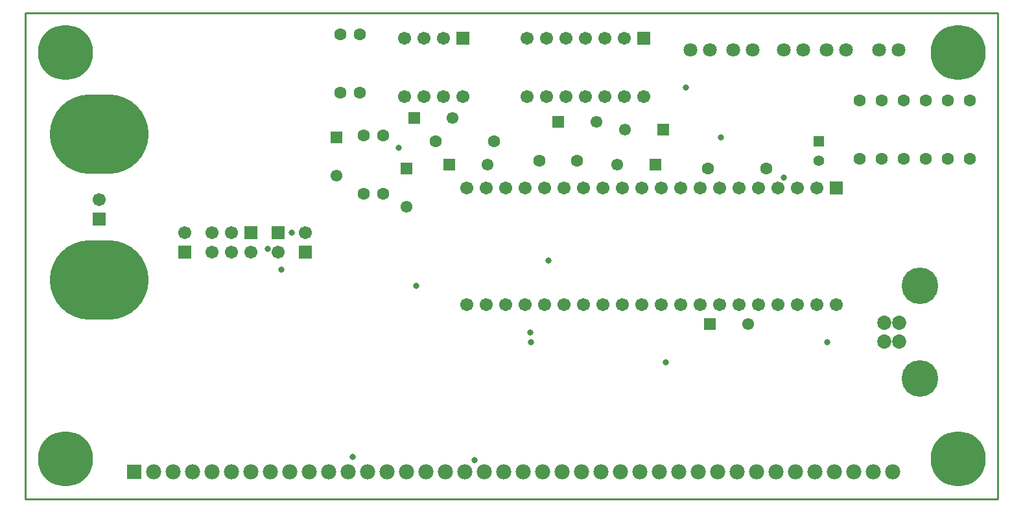
<source format=gts>
%FSLAX23Y23*%
%MOIN*%
G70*
G01*
G75*
%ADD10C,0.010*%
%ADD11C,0.020*%
%ADD12C,0.275*%
%ADD13C,0.055*%
%ADD14O,0.500X0.400*%
%ADD15C,0.063*%
%ADD16R,0.053X0.053*%
%ADD17C,0.053*%
%ADD18C,0.059*%
%ADD19R,0.059X0.059*%
%ADD20R,0.059X0.059*%
%ADD21C,0.059*%
%ADD22R,0.070X0.070*%
%ADD23C,0.070*%
%ADD24R,0.047X0.047*%
%ADD25C,0.047*%
%ADD26C,0.180*%
%ADD27C,0.065*%
%ADD28C,0.025*%
%ADD29C,0.008*%
%ADD30C,0.006*%
%ADD31C,0.283*%
%ADD32C,0.063*%
%ADD33O,0.508X0.408*%
%ADD34C,0.071*%
%ADD35R,0.061X0.061*%
%ADD36C,0.061*%
%ADD37C,0.067*%
%ADD38R,0.067X0.067*%
%ADD39R,0.067X0.067*%
%ADD40C,0.067*%
%ADD41R,0.078X0.078*%
%ADD42C,0.078*%
%ADD43R,0.055X0.055*%
%ADD44C,0.055*%
%ADD45C,0.188*%
%ADD46C,0.073*%
%ADD47C,0.033*%
D10*
Y2500D02*
X5000D01*
Y0D02*
Y2500D01*
X0Y0D02*
X5000D01*
X0D02*
Y2500D01*
D31*
X205Y205D02*
D03*
Y2295D02*
D03*
X4795Y205D02*
D03*
Y2295D02*
D03*
D32*
X3510Y1700D02*
D03*
X3810D02*
D03*
X1720Y2090D02*
D03*
X2110Y1840D02*
D03*
X2410D02*
D03*
X1620Y2390D02*
D03*
Y2090D02*
D03*
X1720Y2390D02*
D03*
X2836Y1740D02*
D03*
X2644D02*
D03*
X4290Y2050D02*
D03*
X4744D02*
D03*
X4630D02*
D03*
X4857D02*
D03*
X4403D02*
D03*
X4517D02*
D03*
X4290Y1750D02*
D03*
X1840Y1570D02*
D03*
X1740Y1870D02*
D03*
Y1570D02*
D03*
X4744Y1750D02*
D03*
X4630D02*
D03*
X1840Y1870D02*
D03*
X4857Y1750D02*
D03*
X4403D02*
D03*
X4517D02*
D03*
D33*
X380Y1875D02*
D03*
Y1125D02*
D03*
D34*
X3640Y2310D02*
D03*
X3740D02*
D03*
X3520D02*
D03*
X3420D02*
D03*
X4390D02*
D03*
X4490D02*
D03*
X4000D02*
D03*
X3900D02*
D03*
X4120D02*
D03*
X4220D02*
D03*
D35*
X3280Y1900D02*
D03*
X3520Y900D02*
D03*
X1600Y1860D02*
D03*
X3240Y1720D02*
D03*
X2180D02*
D03*
X1960Y1700D02*
D03*
X2740Y1940D02*
D03*
X2000Y1960D02*
D03*
D36*
X3083Y1900D02*
D03*
X3717Y900D02*
D03*
X3043Y1720D02*
D03*
X2377D02*
D03*
X1960Y1503D02*
D03*
X1600Y1663D02*
D03*
X2937Y1940D02*
D03*
X2197Y1960D02*
D03*
D37*
X2980Y2070D02*
D03*
X2880D02*
D03*
X2580Y2370D02*
D03*
X3180Y2070D02*
D03*
X2580D02*
D03*
X2880Y2370D02*
D03*
X2680Y2070D02*
D03*
Y2370D02*
D03*
X2780D02*
D03*
X3080D02*
D03*
X2980D02*
D03*
X2780Y2070D02*
D03*
X3080D02*
D03*
X2970Y1600D02*
D03*
X2870D02*
D03*
X2470D02*
D03*
Y1000D02*
D03*
X2570D02*
D03*
X4070Y1600D02*
D03*
X3970D02*
D03*
X3870D02*
D03*
X3770D02*
D03*
X3670D02*
D03*
X3570D02*
D03*
X3470D02*
D03*
X3370D02*
D03*
X3270D02*
D03*
X3170D02*
D03*
X3370Y1000D02*
D03*
X3070Y1600D02*
D03*
X3270Y1000D02*
D03*
X2770Y1600D02*
D03*
X2670D02*
D03*
X2570D02*
D03*
X2370D02*
D03*
X2270D02*
D03*
Y1000D02*
D03*
X2370D02*
D03*
X2670D02*
D03*
X2770D02*
D03*
X2870D02*
D03*
X2970D02*
D03*
X3070D02*
D03*
X3170D02*
D03*
X3470D02*
D03*
X3570D02*
D03*
X3670D02*
D03*
X3770D02*
D03*
X3870D02*
D03*
X3970D02*
D03*
X4070D02*
D03*
X4170D02*
D03*
X2150Y2370D02*
D03*
X2050D02*
D03*
X1950D02*
D03*
X2250Y2070D02*
D03*
X2150D02*
D03*
X2050D02*
D03*
X1950D02*
D03*
D38*
X3180Y2370D02*
D03*
X4170Y1600D02*
D03*
X2250Y2370D02*
D03*
D39*
X820Y1270D02*
D03*
X1300Y1370D02*
D03*
X1440Y1270D02*
D03*
X380Y1440D02*
D03*
X1160Y1370D02*
D03*
D40*
X820D02*
D03*
X1300Y1270D02*
D03*
X1440Y1370D02*
D03*
X380Y1540D02*
D03*
X1160Y1270D02*
D03*
X1060Y1370D02*
D03*
Y1270D02*
D03*
X960Y1370D02*
D03*
Y1270D02*
D03*
D41*
X560Y140D02*
D03*
D42*
X660D02*
D03*
X760D02*
D03*
X860D02*
D03*
X960D02*
D03*
X1060D02*
D03*
X1160D02*
D03*
X1260D02*
D03*
X1360D02*
D03*
X1460D02*
D03*
X1560D02*
D03*
X1660D02*
D03*
X1760D02*
D03*
X1860D02*
D03*
X1960D02*
D03*
X2060D02*
D03*
X2160D02*
D03*
X2260D02*
D03*
X2360D02*
D03*
X2460D02*
D03*
X2560D02*
D03*
X2660D02*
D03*
X2760D02*
D03*
X2860D02*
D03*
X2960D02*
D03*
X3060D02*
D03*
X3160D02*
D03*
X3260D02*
D03*
X3360D02*
D03*
X3460D02*
D03*
X3560D02*
D03*
X3660D02*
D03*
X3760D02*
D03*
X3860D02*
D03*
X3960D02*
D03*
X4060D02*
D03*
X4160D02*
D03*
X4260D02*
D03*
X4360D02*
D03*
X4460D02*
D03*
D43*
X4080Y1840D02*
D03*
D44*
Y1740D02*
D03*
D45*
X4600Y620D02*
D03*
Y1094D02*
D03*
D46*
X4493Y808D02*
D03*
X4415D02*
D03*
Y906D02*
D03*
X4493Y906D02*
D03*
D47*
X4123Y805D02*
D03*
X1370Y1370D02*
D03*
X3294Y701D02*
D03*
X1682Y215D02*
D03*
X2009Y1095D02*
D03*
X3577Y1858D02*
D03*
X1920Y1805D02*
D03*
X3395Y2115D02*
D03*
X2690Y1225D02*
D03*
X2599Y804D02*
D03*
X2597Y857D02*
D03*
X3900Y1651D02*
D03*
X1318Y1179D02*
D03*
X1246Y1284D02*
D03*
X2310Y198D02*
D03*
M02*

</source>
